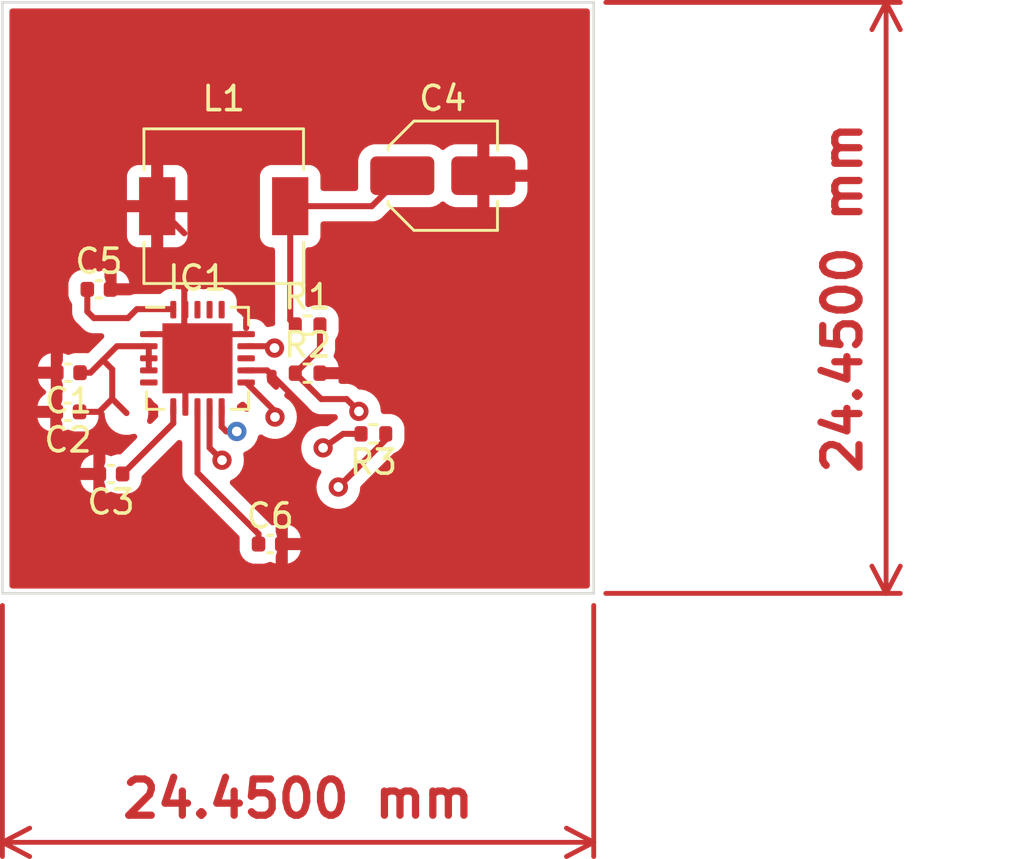
<source format=kicad_pcb>
(kicad_pcb (version 20221018) (generator pcbnew)
  (layers (0 "F.Cu" signal) (1 "In1.Cu" signal) (2 "In2.Cu" signal) (3 "In3.Cu" signal) (4 "In4.Cu" signal) (5 "In5.Cu" signal) (6 "In6.Cu" signal) (7 "In7.Cu" signal) (8 "In8.Cu" signal) (9 "In9.Cu" signal) (10 "In10.Cu" signal) (11 "In11.Cu" signal) (12 "In12.Cu" signal) (13 "In13.Cu" signal) (14 "In14.Cu" signal) (15 "In15.Cu" signal) (16 "In16.Cu" signal) (17 "In17.Cu" signal) (18 "In18.Cu" signal) (19 "In19.Cu" signal) (20 "In20.Cu" signal) (21 "In21.Cu" signal) (22 "In22.Cu" signal) (23 "In23.Cu" signal) (24 "In24.Cu" signal) (25 "In25.Cu" signal) (26 "In26.Cu" signal) (27 "In27.Cu" signal) (28 "In28.Cu" signal) (29 "In29.Cu" signal) (30 "In30.Cu" signal) (31 "B.Cu" signal) (34 "B.Paste" user) (35 "F.Paste" user) (36 "B.SilkS" user "B.Silkscreen") (37 "F.SilkS" user "F.Silkscreen") (38 "B.Mask" user) (39 "F.Mask" user) (44 "Edge.Cuts" user))
  (net 0 "")
  (net 1 "Net-(IC1-EN{slash}UVLO)")
  (net 2 "Earth")
  (net 3 "Net-(IC1-INTVCC)")
  (net 4 "/Vout")
  (net 5 "Net-(IC1-BST)")
  (net 6 "Net-(C5-Pad2)")
  (net 7 "Net-(IC1-SS)")
  (net 8 "/RESET")
  (net 9 "/FB")
  (net 10 "Net-(IC1-RT)")
  (net 11 "Net-(IC1-MODE{slash}SYNC)")
  (footprint "Package_DFN_QFN:TQFN-20-1EP_4x4mm_P0.5mm_EP2.9x2.9mm" (layer "F.Cu") (at 111.775 65.975)
    (fp_text reference "IC1" (at 0 -3.32) (layer "F.SilkS"))
    (fp_text value "MAX17634C")
    (fp_line (start -2.11 2.11) (end -2.11 1.385) (stroke (width 0.12)) (layer "F.SilkS"))
    (fp_line (start -1.385 -2.11) (end -2.11 -2.11) (stroke (width 0.12)) (layer "F.SilkS"))
    (fp_line (start -1.385 2.11) (end -2.11 2.11) (stroke (width 0.12)) (layer "F.SilkS"))
    (fp_line (start 1.385 -2.11) (end 2.11 -2.11) (stroke (width 0.12)) (layer "F.SilkS"))
    (fp_line (start 1.385 2.11) (end 2.11 2.11) (stroke (width 0.12)) (layer "F.SilkS"))
    (fp_line (start 2.11 -2.11) (end 2.11 -1.385) (stroke (width 0.12)) (layer "F.SilkS"))
    (fp_line (start 2.11 2.11) (end 2.11 1.385) (stroke (width 0.12)) (layer "F.SilkS"))
    (pad "1" smd roundrect (at -2.0125 -1) (size 0.725 0.25) (layers "F.Cu" "F.Paste" "F.Mask") (net 2 "Earth"))
    (pad "2" smd roundrect (at -2.0125 -0.5) (size 0.725 0.25) (layers "F.Cu" "F.Paste" "F.Mask") (net 1 "Net-(IC1-EN{slash}UVLO)"))
    (pad "3" smd roundrect (at -2.0125 0) (size 0.725 0.25) (layers "F.Cu" "F.Paste" "F.Mask") (net 1 "Net-(IC1-EN{slash}UVLO)"))
    (pad "4" smd roundrect (at -2.0125 0.5) (size 0.725 0.25) (layers "F.Cu" "F.Paste" "F.Mask") (net 1 "Net-(IC1-EN{slash}UVLO)"))
    (pad "5" smd roundrect (at -2.0125 1) (size 0.725 0.25) (layers "F.Cu" "F.Paste" "F.Mask") (net 8 "/RESET"))
    (pad "6" smd roundrect (at -1 2.0125) (size 0.25 0.725) (layers "F.Cu" "F.Paste" "F.Mask") (net 3 "Net-(IC1-INTVCC)"))
    (pad "7" smd roundrect (at -0.5 2.0125) (size 0.25 0.725) (layers "F.Cu" "F.Paste" "F.Mask") (net 2 "Earth"))
    (pad "8" smd roundrect (at 0 2.0125) (size 0.25 0.725) (layers "F.Cu" "F.Paste" "F.Mask") (net 7 "Net-(IC1-SS)"))
    (pad "9" smd roundrect (at 0.5 2.0125) (size 0.25 0.725) (layers "F.Cu" "F.Paste" "F.Mask") (net 9 "/FB"))
    (pad "10" smd roundrect (at 1 2.0125) (size 0.25 0.725) (layers "F.Cu" "F.Paste" "F.Mask") (net 10 "Net-(IC1-RT)"))
    (pad "11" smd roundrect (at 2.0125 1) (size 0.725 0.25) (layers "F.Cu" "F.Paste" "F.Mask") (net 11 "Net-(IC1-MODE{slash}SYNC)"))
    (pad "12" smd roundrect (at 2.0125 0.5) (size 0.725 0.25) (layers "F.Cu" "F.Paste" "F.Mask") (net 2 "Earth"))
    (pad "13" smd roundrect (at 2.0125 0) (size 0.725 0.25) (layers "F.Cu" "F.Paste" "F.Mask"))
    (pad "14" smd roundrect (at 2.0125 -0.5) (size 0.725 0.25) (layers "F.Cu" "F.Paste" "F.Mask") (net 1 "Net-(IC1-EN{slash}UVLO)"))
    (pad "15" smd roundrect (at 2.0125 -1) (size 0.725 0.25) (layers "F.Cu" "F.Paste" "F.Mask") (net 2 "Earth"))
    (pad "16" smd roundrect (at 1 -2.0125) (size 0.25 0.725) (layers "F.Cu" "F.Paste" "F.Mask"))
    (pad "17" smd roundrect (at 0.5 -2.0125) (size 0.25 0.725) (layers "F.Cu" "F.Paste" "F.Mask") (net 6 "Net-(C5-Pad2)"))
    (pad "18" smd roundrect (at 0 -2.0125) (size 0.25 0.725) (layers "F.Cu" "F.Paste" "F.Mask") (net 6 "Net-(C5-Pad2)"))
    (pad "19" smd roundrect (at -0.5 -2.0125) (size 0.25 0.725) (layers "F.Cu" "F.Paste" "F.Mask") (net 2 "Earth"))
    (pad "20" smd roundrect (at -1 -2.0125) (size 0.25 0.725) (layers "F.Cu" "F.Paste" "F.Mask") (net 5 "Net-(IC1-BST)"))
    (pad "21" smd rect (at 0 0) (size 2.9 2.9) (layers "F.Cu" "F.Mask") (net 2 "Earth"))
  )
  (footprint "Capacitor_SMD:C_0402_1005Metric" (layer "F.Cu") (at 108.2 70.76 180)
    (fp_text reference "C3" (at 0 -1.16) (layer "F.SilkS"))
    (fp_text value "C")
    (fp_line (start -0.107836 -0.36) (end 0.107836 -0.36) (stroke (width 0.12)) (layer "F.SilkS"))
    (fp_line (start -0.107836 0.36) (end 0.107836 0.36) (stroke (width 0.12)) (layer "F.SilkS"))
    (pad "1" smd roundrect (at -0.48 0 180) (size 0.56 0.62) (layers "F.Cu" "F.Paste" "F.Mask") (net 3 "Net-(IC1-INTVCC)"))
    (pad "2" smd roundrect (at 0.48 0 180) (size 0.56 0.62) (layers "F.Cu" "F.Paste" "F.Mask") (net 2 "Earth"))
  )
  (footprint "Resistor_SMD:R_0402_1005Metric" (layer "F.Cu") (at 119.05 69.1 180)
    (fp_text reference "R3" (at 0 -1.17) (layer "F.SilkS"))
    (fp_text value "R")
    (fp_line (start -0.153641 -0.38) (end 0.153641 -0.38) (stroke (width 0.12)) (layer "F.SilkS"))
    (fp_line (start -0.153641 0.38) (end 0.153641 0.38) (stroke (width 0.12)) (layer "F.SilkS"))
    (pad "1" smd roundrect (at -0.51 0 180) (size 0.54 0.64) (layers "F.Cu" "F.Paste" "F.Mask") (net 10 "Net-(IC1-RT)"))
    (pad "2" smd roundrect (at 0.51 0 180) (size 0.54 0.64) (layers "F.Cu" "F.Paste" "F.Mask") (net 11 "Net-(IC1-MODE{slash}SYNC)"))
  )
  (footprint "Resistor_SMD:R_0402_1005Metric" (layer "F.Cu") (at 116.33 64.6)
    (fp_text reference "R1" (at 0 -1.17) (layer "F.SilkS"))
    (fp_text value "R")
    (fp_line (start -0.153641 -0.38) (end 0.153641 -0.38) (stroke (width 0.12)) (layer "F.SilkS"))
    (fp_line (start -0.153641 0.38) (end 0.153641 0.38) (stroke (width 0.12)) (layer "F.SilkS"))
    (pad "1" smd roundrect (at -0.51 0) (size 0.54 0.64) (layers "F.Cu" "F.Paste" "F.Mask") (net 4 "/Vout"))
    (pad "2" smd roundrect (at 0.51 0) (size 0.54 0.64) (layers "F.Cu" "F.Paste" "F.Mask") (net 9 "/FB"))
  )
  (footprint "Capacitor_SMD:C_0402_1005Metric" (layer "F.Cu") (at 114.78 73.66)
    (fp_text reference "C6" (at 0 -1.16) (layer "F.SilkS"))
    (fp_text value "C")
    (fp_line (start -0.107836 -0.36) (end 0.107836 -0.36) (stroke (width 0.12)) (layer "F.SilkS"))
    (fp_line (start -0.107836 0.36) (end 0.107836 0.36) (stroke (width 0.12)) (layer "F.SilkS"))
    (pad "1" smd roundrect (at -0.48 0) (size 0.56 0.62) (layers "F.Cu" "F.Paste" "F.Mask") (net 7 "Net-(IC1-SS)"))
    (pad "2" smd roundrect (at 0.48 0) (size 0.56 0.62) (layers "F.Cu" "F.Paste" "F.Mask") (net 2 "Earth"))
  )
  (footprint "Capacitor_SMD:C_0402_1005Metric" (layer "F.Cu") (at 107.7 63.12)
    (fp_text reference "C5" (at 0 -1.16) (layer "F.SilkS"))
    (fp_text value "C")
    (fp_line (start -0.107836 -0.36) (end 0.107836 -0.36) (stroke (width 0.12)) (layer "F.SilkS"))
    (fp_line (start -0.107836 0.36) (end 0.107836 0.36) (stroke (width 0.12)) (layer "F.SilkS"))
    (pad "1" smd roundrect (at -0.48 0) (size 0.56 0.62) (layers "F.Cu" "F.Paste" "F.Mask") (net 5 "Net-(IC1-BST)"))
    (pad "2" smd roundrect (at 0.48 0) (size 0.56 0.62) (layers "F.Cu" "F.Paste" "F.Mask") (net 2 "Earth"))
  )
  (footprint "Capacitor_SMD:C_Elec_4x5.8" (layer "F.Cu") (at 121.92 58.42)
    (fp_text reference "C4" (at 0 -3.2) (layer "F.SilkS"))
    (fp_text value "C")
    (fp_line (start -2.26 -1.195563) (end -2.26 -1.06) (stroke (width 0.12)) (layer "F.SilkS"))
    (fp_line (start -2.26 -1.195563) (end -1.195563 -2.26) (stroke (width 0.12)) (layer "F.SilkS"))
    (fp_line (start -2.26 1.195563) (end -2.26 1.06) (stroke (width 0.12)) (layer "F.SilkS"))
    (fp_line (start -2.26 1.195563) (end -1.195563 2.26) (stroke (width 0.12)) (layer "F.SilkS"))
    (fp_line (start -1.195563 -2.26) (end 2.26 -2.26) (stroke (width 0.12)) (layer "F.SilkS"))
    (fp_line (start -1.195563 2.26) (end 2.26 2.26) (stroke (width 0.12)) (layer "F.SilkS"))
    (fp_line (start 2.26 -2.26) (end 2.26 -1.06) (stroke (width 0.12)) (layer "F.SilkS"))
    (fp_line (start 2.26 2.26) (end 2.26 1.06) (stroke (width 0.12)) (layer "F.SilkS"))
    (pad "1" smd roundrect (at -1.675 0) (size 2.65 1.6) (layers "F.Cu" "F.Paste" "F.Mask") (roundrect_rratio 0.15625) (net 4 "/Vout"))
    (pad "2" smd roundrect (at 1.675 0) (size 2.65 1.6) (layers "F.Cu" "F.Paste" "F.Mask") (roundrect_rratio 0.15625) (net 2 "Earth"))
  )
  (footprint "Inductor_SMD:L_6.3x6.3_H3" (layer "F.Cu") (at 112.86 59.68)
    (fp_text reference "L1" (at 0 -4.45) (layer "F.SilkS"))
    (fp_text value "L")
    (fp_line (start -3.3 -3.2) (end 3.3 -3.2) (stroke (width 0.12)) (layer "F.SilkS"))
    (fp_line (start -3.3 -1.5) (end -3.3 -3.2) (stroke (width 0.12)) (layer "F.SilkS"))
    (fp_line (start -3.3 3.2) (end -3.3 1.5) (stroke (width 0.12)) (layer "F.SilkS"))
    (fp_line (start 3.3 -3.2) (end 3.3 -1.5) (stroke (width 0.12)) (layer "F.SilkS"))
    (fp_line (start 3.3 1.5) (end 3.3 3.2) (stroke (width 0.12)) (layer "F.SilkS"))
    (fp_line (start 3.3 3.2) (end -3.3 3.2) (stroke (width 0.12)) (layer "F.SilkS"))
    (pad "1" smd rect (at -2.75 0) (size 1.5 2.4) (layers "F.Cu" "F.Paste" "F.Mask") (net 2 "Earth"))
    (pad "2" smd rect (at 2.75 0) (size 1.5 2.4) (layers "F.Cu" "F.Paste" "F.Mask") (net 4 "/Vout"))
  )
  (footprint "Capacitor_SMD:C_0402_1005Metric" (layer "F.Cu") (at 106.42 68.19 180)
    (fp_text reference "C2" (at 0 -1.16) (layer "F.SilkS"))
    (fp_text value "C")
    (fp_line (start -0.107836 -0.36) (end 0.107836 -0.36) (stroke (width 0.12)) (layer "F.SilkS"))
    (fp_line (start -0.107836 0.36) (end 0.107836 0.36) (stroke (width 0.12)) (layer "F.SilkS"))
    (pad "1" smd roundrect (at -0.48 0 180) (size 0.56 0.62) (layers "F.Cu" "F.Paste" "F.Mask") (net 1 "Net-(IC1-EN{slash}UVLO)"))
    (pad "2" smd roundrect (at 0.48 0 180) (size 0.56 0.62) (layers "F.Cu" "F.Paste" "F.Mask") (net 2 "Earth"))
  )
  (footprint "Capacitor_SMD:C_0402_1005Metric" (layer "F.Cu") (at 106.44 66.57 180)
    (fp_text reference "C1" (at 0 -1.16) (layer "F.SilkS"))
    (fp_text value "C" hide)
    (fp_line (start -0.107836 -0.36) (end 0.107836 -0.36) (stroke (width 0.12)) (layer "F.SilkS"))
    (fp_line (start -0.107836 0.36) (end 0.107836 0.36) (stroke (width 0.12)) (layer "F.SilkS"))
    (pad "1" smd roundrect locked (at -0.48 0 180) (size 0.56 0.62) (layers "F.Cu" "F.Paste" "F.Mask") (net 1 "Net-(IC1-EN{slash}UVLO)"))
    (pad "2" smd roundrect (at 0.48 0 180) (size 0.56 0.62) (layers "F.Cu" "F.Paste" "F.Mask") (net 2 "Earth"))
  )
  (footprint "Resistor_SMD:R_0402_1005Metric" (layer "F.Cu") (at 116.33 66.59)
    (fp_text reference "R2" (at 0 -1.17) (layer "F.SilkS"))
    (fp_text value "R")
    (fp_line (start -0.153641 -0.38) (end 0.153641 -0.38) (stroke (width 0.12)) (layer "F.SilkS"))
    (fp_line (start -0.153641 0.38) (end 0.153641 0.38) (stroke (width 0.12)) (layer "F.SilkS"))
    (pad "1" smd roundrect (at -0.51 0) (size 0.54 0.64) (layers "F.Cu" "F.Paste" "F.Mask") (net 9 "/FB"))
    (pad "2" smd roundrect (at 0.51 0) (size 0.54 0.64) (layers "F.Cu" "F.Paste" "F.Mask") (net 2 "Earth"))
  )
  (gr_rect (start 103.71 51.25) (end 128.16 75.7) (stroke (width 0.1)) (fill none) (layer "Edge.Cuts"))
  (dimension (type aligned) (layer "F.Cu") (pts (xy 128.16 75.7) (xy 128.16 51.25)) (height 12.09) (gr_text "24,4500 mm" (at 138.45 63.475 90) (layer "F.Cu") (effects (font (size 1.5 1.5) (thickness 0.3)))) (format (prefix "") (suffix "") (units 3) (units_format 1) (precision 4)) (style (thickness 0.2) (arrow_length 1.27) (text_position_mode 0) (extension_height 0.58642) (extension_offset 0.5) keep_text_aligned))
  (dimension (type aligned) (layer "F.Cu") (pts (xy 128.16 75.7) (xy 103.71 75.7)) (height -10.3) (gr_text "24,4500 mm" (at 115.935 84.2) (layer "F.Cu") (effects (font (size 1.5 1.5) (thickness 0.3)))) (format (prefix "") (suffix "") (units 3) (units_format 1) (precision 4)) (style (thickness 0.2) (arrow_length 1.27) (text_position_mode 0) (extension_height 0.58642) (extension_offset 0.5) keep_text_aligned))
  (segment (start 106.9 68.19) (end 107.71076 68.19) (width 0.25) (layer "F.Cu") (net 1))
  (segment (start 109.7625 65.975) (end 109.7625 65.475) (width 0.25) (layer "F.Cu") (net 1))
  (segment (start 114.96 65.55) (end 114.885 65.475) (width 0.25) (layer "F.Cu") (net 1))
  (segment (start 114.885 65.475) (end 113.7875 65.475) (width 0.25) (layer "F.Cu") (net 1))
  (segment (start 106.92 66.57) (end 107.35 66.57) (width 0.25) (layer "F.Cu") (net 1))
  (segment (start 108.25038 66.43038) (end 107.87 66.05) (width 0.25) (layer "F.Cu") (net 1))
  (segment (start 108.445 65.475) (end 109.7625 65.475) (width 0.25) (layer "F.Cu") (net 1))
  (segment (start 107.87 66.05) (end 108.445 65.475) (width 0.25) (layer "F.Cu") (net 1))
  (segment (start 108.84 68.24) (end 108.25038 67.65038) (width 0.25) (layer "F.Cu") (net 1))
  (segment (start 108.25038 67.65038) (end 108.25038 66.43038) (width 0.25) (layer "F.Cu") (net 1))
  (segment (start 109.7625 65.975) (end 109.7625 66.475) (width 0.25) (layer "F.Cu") (net 1))
  (segment (start 107.71076 68.19) (end 108.25038 67.65038) (width 0.25) (layer "F.Cu") (net 1))
  (segment (start 107.35 66.57) (end 107.87 66.05) (width 0.25) (layer "F.Cu") (net 1))
  (via blind (at 114.96 65.55) (size 0.8) (drill 0.4) (layers "F.Cu" "In2.Cu") (net 1))
  (segment (start 105.96 66.57) (end 105.96 66.562391) (width 0.25) (layer "F.Cu") (net 2))
  (segment (start 111.73 64.7375) (end 112.23 64.7375) (width 0.25) (layer "F.Cu") (net 2))
  (segment (start 108.18 62.6) (end 108.18 63.12) (width 0.25) (layer "F.Cu") (net 2))
  (segment (start 111.22 63.12) (end 111.23 63.13) (width 0.25) (layer "F.Cu") (net 2))
  (segment (start 110.11 59.68) (end 111.23 60.8) (width 0.25) (layer "F.Cu") (net 2))
  (segment (start 108.065 62.485) (end 108.18 62.6) (width 0.25) (layer "F.Cu") (net 2))
  (segment (start 113.7875 64.975) (end 112.775 64.975) (width 0.25) (layer "F.Cu") (net 2))
  (segment (start 112.775 64.975) (end 111.775 65.975) (width 0.25) (layer "F.Cu") (net 2))
  (segment (start 111.275 66.475) (end 111.775 65.975) (width 0.25) (layer "F.Cu") (net 2))
  (segment (start 105.94 66.59) (end 105.96 66.57) (width 0.25) (layer "F.Cu") (net 2))
  (segment (start 116.245 68.065) (end 114.655 66.475) (width 0.25) (layer "F.Cu") (net 2))
  (segment (start 111.275 67.9875) (end 111.275 66.475) (width 0.25) (layer "F.Cu") (net 2))
  (segment (start 111.23 64.7375) (end 111.73 64.7375) (width 0.25) (layer "F.Cu") (net 2))
  (segment (start 111.23 63.13) (end 111.23 64.7375) (width 0.25) (layer "F.Cu") (net 2))
  (segment (start 110.775 64.975) (end 111.775 65.975) (width 0.25) (layer "F.Cu") (net 2))
  (segment (start 109.7625 64.975) (end 110.775 64.975) (width 0.25) (layer "F.Cu") (net 2))
  (segment (start 114.655 66.475) (end 113.7875 66.475) (width 0.25) (layer "F.Cu") (net 2))
  (segment (start 110.775 67.9875) (end 110.775 68.665) (width 0.25) (layer "F.Cu") (net 3))
  (segment (start 110.775 68.665) (end 108.68 70.76) (width 0.25) (layer "F.Cu") (net 3))
  (segment (start 115.61 64.39) (end 115.82 64.6) (width 0.25) (layer "F.Cu") (net 4))
  (segment (start 118.985 59.68) (end 115.61 59.68) (width 0.25) (layer "F.Cu") (net 4))
  (segment (start 120.245 58.42) (end 118.985 59.68) (width 0.25) (layer "F.Cu") (net 4))
  (segment (start 115.61 59.68) (end 115.61 64.39) (width 0.25) (layer "F.Cu") (net 4))
  (segment (start 110.7525 63.94) (end 110.775 63.9625) (width 0.25) (layer "F.Cu") (net 5))
  (segment (start 107.22 64.04) (end 107.49 64.31) (width 0.25) (layer "F.Cu") (net 5))
  (segment (start 109.27 63.94) (end 110.7525 63.94) (width 0.25) (layer "F.Cu") (net 5))
  (segment (start 108.9 64.31) (end 109.27 63.94) (width 0.25) (layer "F.Cu") (net 5))
  (segment (start 107.49 64.31) (end 108.9 64.31) (width 0.25) (layer "F.Cu") (net 5))
  (segment (start 107.22 63.12) (end 107.22 64.04) (width 0.25) (layer "F.Cu") (net 5))
  (segment (start 111.775 70.715) (end 114.3 73.24) (width 0.25) (layer "F.Cu") (net 7))
  (segment (start 114.3 73.24) (end 114.3 73.66) (width 0.25) (layer "F.Cu") (net 7))
  (segment (start 111.775 67.9875) (end 111.775 70.715) (width 0.25) (layer "F.Cu") (net 7))
  (segment (start 118.45 68.17) (end 117.94 67.66) (width 0.25) (layer "F.Cu") (net 9))
  (segment (start 116.84 64.6) (end 116.84 65.57) (width 0.25) (layer "F.Cu") (net 9))
  (segment (start 116.89 67.66) (end 115.82 66.59) (width 0.25) (layer "F.Cu") (net 9))
  (segment (start 116.84 65.57) (end 115.82 66.59) (width 0.25) (layer "F.Cu") (net 9))
  (segment (start 112.79 70.19) (end 112.275 69.675) (width 0.25) (layer "F.Cu") (net 9))
  (segment (start 117.94 67.66) (end 116.89 67.66) (width 0.25) (layer "F.Cu") (net 9))
  (segment (start 112.275 69.675) (end 112.275 67.9875) (width 0.25) (layer "F.Cu") (net 9))
  (via blind (at 118.45 68.17) (size 0.8) (drill 0.4) (layers "F.Cu" "In1.Cu") (net 9))
  (via blind (at 112.79 70.19) (size 0.8) (drill 0.4) (layers "F.Cu" "In1.Cu") (net 9))
  (segment (start 119.56 69.34) (end 117.6 71.3) (width 0.25) (layer "F.Cu") (net 10))
  (segment (start 112.775 68.8075) (end 112.9675 69) (width 0.25) (layer "F.Cu") (net 10))
  (segment (start 113.4 69) (end 112.9675 69) (width 0.25) (layer "F.Cu") (net 10))
  (segment (start 119.56 69.1) (end 119.56 69.34) (width 0.25) (layer "F.Cu") (net 10))
  (segment (start 117.6 71.3) (end 117.5 71.3) (width 0.25) (layer "F.Cu") (net 10))
  (segment (start 112.775 67.9875) (end 112.775 68.8075) (width 0.25) (layer "F.Cu") (net 10))
  (via blind (at 117.6 71.3) (size 0.8) (drill 0.4) (layers "F.Cu" "In1.Cu") (net 10))
  (via blind (at 113.4 69) (size 0.8) (drill 0.4) (layers "F.Cu" "B.Cu") (net 10))
  (segment (start 114.98 68.1675) (end 113.7875 66.975) (width 0.25) (layer "F.Cu") (net 11))
  (segment (start 114.98 68.4045) (end 114.98 68.1675) (width 0.25) (layer "F.Cu") (net 11))
  (segment (start 118.54 69.1) (end 117.8 69.1) (width 0.25) (layer "F.Cu") (net 11))
  (segment (start 117.8 69.1) (end 116.97 69.68) (width 0.25) (layer "F.Cu") (net 11))
  (via blind (at 114.98 68.4045) (size 0.8) (drill 0.4) (layers "F.Cu" "In2.Cu") (net 11))
  (via blind (at 116.97 69.68) (size 0.8) (drill 0.4) (layers "F.Cu" "In2.Cu") (net 11))
  (zone (net 2) (net_name "Earth") (layer "F.Cu") (connect_pads (clearance 0.5)) (min_thickness 0.25) (fill yes (thermal_gap 0.5) (thermal_bridge_width 0.5) (island_removal_mode 1) (island_area_min 10))
    (polygon (pts (xy 128 51.5) (xy 104 51.5) (xy 104 75.5) (xy 128 75.5)))
  )
  (zone (net 0) (net_name "") (layer "F.Cu") (connect_pads (clearance 0)) (min_thickness 0.25)
    (keepout (tracks allowed) (vias allowed) (pads allowed) (copperpour not_allowed) (footprints allowed))
    (fill (thermal_gap 0.5) (thermal_bridge_width 0.5) (island_removal_mode 1) (island_area_min 10))
    (polygon (pts (xy 114.25 68.25) (xy 113.75 67.5) (xy 112.75 68.25)))
  )
)
</source>
